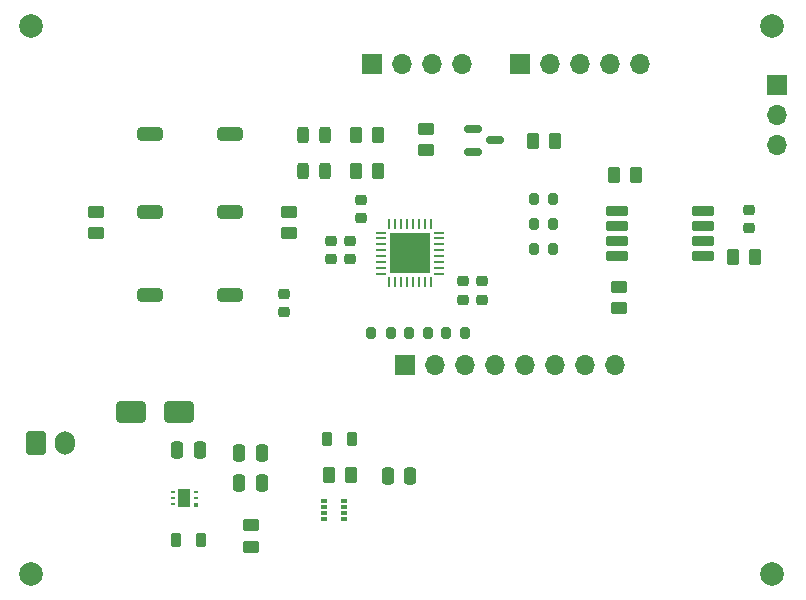
<source format=gts>
G04 #@! TF.GenerationSoftware,KiCad,Pcbnew,9.0.0*
G04 #@! TF.CreationDate,2025-05-01T15:15:08-03:00*
G04 #@! TF.ProjectId,hw_rfid,68775f72-6669-4642-9e6b-696361645f70,rev?*
G04 #@! TF.SameCoordinates,Original*
G04 #@! TF.FileFunction,Soldermask,Top*
G04 #@! TF.FilePolarity,Negative*
%FSLAX46Y46*%
G04 Gerber Fmt 4.6, Leading zero omitted, Abs format (unit mm)*
G04 Created by KiCad (PCBNEW 9.0.0) date 2025-05-01 15:15:08*
%MOMM*%
%LPD*%
G01*
G04 APERTURE LIST*
G04 Aperture macros list*
%AMRoundRect*
0 Rectangle with rounded corners*
0 $1 Rounding radius*
0 $2 $3 $4 $5 $6 $7 $8 $9 X,Y pos of 4 corners*
0 Add a 4 corners polygon primitive as box body*
4,1,4,$2,$3,$4,$5,$6,$7,$8,$9,$2,$3,0*
0 Add four circle primitives for the rounded corners*
1,1,$1+$1,$2,$3*
1,1,$1+$1,$4,$5*
1,1,$1+$1,$6,$7*
1,1,$1+$1,$8,$9*
0 Add four rect primitives between the rounded corners*
20,1,$1+$1,$2,$3,$4,$5,0*
20,1,$1+$1,$4,$5,$6,$7,0*
20,1,$1+$1,$6,$7,$8,$9,0*
20,1,$1+$1,$8,$9,$2,$3,0*%
G04 Aperture macros list end*
%ADD10RoundRect,0.225000X-0.250000X0.225000X-0.250000X-0.225000X0.250000X-0.225000X0.250000X0.225000X0*%
%ADD11R,1.700000X1.700000*%
%ADD12O,1.700000X1.700000*%
%ADD13RoundRect,0.250000X0.450000X-0.262500X0.450000X0.262500X-0.450000X0.262500X-0.450000X-0.262500X0*%
%ADD14RoundRect,0.218750X-0.218750X-0.381250X0.218750X-0.381250X0.218750X0.381250X-0.218750X0.381250X0*%
%ADD15RoundRect,0.250000X-0.830000X-0.310000X0.830000X-0.310000X0.830000X0.310000X-0.830000X0.310000X0*%
%ADD16RoundRect,0.250000X-0.262500X-0.450000X0.262500X-0.450000X0.262500X0.450000X-0.262500X0.450000X0*%
%ADD17C,2.000000*%
%ADD18RoundRect,0.200000X-0.200000X-0.275000X0.200000X-0.275000X0.200000X0.275000X-0.200000X0.275000X0*%
%ADD19RoundRect,0.225000X0.250000X-0.225000X0.250000X0.225000X-0.250000X0.225000X-0.250000X-0.225000X0*%
%ADD20RoundRect,0.200000X0.200000X0.275000X-0.200000X0.275000X-0.200000X-0.275000X0.200000X-0.275000X0*%
%ADD21RoundRect,0.250000X0.262500X0.450000X-0.262500X0.450000X-0.262500X-0.450000X0.262500X-0.450000X0*%
%ADD22RoundRect,0.098000X-0.859000X-0.294000X0.859000X-0.294000X0.859000X0.294000X-0.859000X0.294000X0*%
%ADD23RoundRect,0.250000X-0.250000X-0.475000X0.250000X-0.475000X0.250000X0.475000X-0.250000X0.475000X0*%
%ADD24RoundRect,0.243750X-0.243750X-0.456250X0.243750X-0.456250X0.243750X0.456250X-0.243750X0.456250X0*%
%ADD25RoundRect,0.250000X-0.450000X0.262500X-0.450000X-0.262500X0.450000X-0.262500X0.450000X0.262500X0*%
%ADD26R,0.450000X0.350000*%
%ADD27R,0.450000X0.250000*%
%ADD28R,1.000000X1.600000*%
%ADD29R,0.900000X0.100000*%
%ADD30RoundRect,0.250000X1.000000X0.650000X-1.000000X0.650000X-1.000000X-0.650000X1.000000X-0.650000X0*%
%ADD31R,0.475000X0.300000*%
%ADD32RoundRect,0.250000X-0.600000X-0.750000X0.600000X-0.750000X0.600000X0.750000X-0.600000X0.750000X0*%
%ADD33O,1.700000X2.000000*%
%ADD34RoundRect,0.150000X-0.587500X-0.150000X0.587500X-0.150000X0.587500X0.150000X-0.587500X0.150000X0*%
%ADD35RoundRect,0.062500X-0.375000X-0.062500X0.375000X-0.062500X0.375000X0.062500X-0.375000X0.062500X0*%
%ADD36RoundRect,0.062500X-0.062500X-0.375000X0.062500X-0.375000X0.062500X0.375000X-0.062500X0.375000X0*%
%ADD37R,3.450000X3.450000*%
G04 APERTURE END LIST*
D10*
X116696257Y-97875000D03*
X116696257Y-99425000D03*
X105539568Y-94450000D03*
X105539568Y-96000000D03*
D11*
X119910000Y-79450000D03*
D12*
X122450000Y-79450000D03*
X124990000Y-79450000D03*
X127530000Y-79450000D03*
X130070000Y-79450000D03*
D13*
X100375000Y-93812500D03*
X100375000Y-91987500D03*
D14*
X90812500Y-119800000D03*
X92937500Y-119800000D03*
D15*
X88635000Y-99000000D03*
X95365000Y-99000000D03*
D10*
X115150000Y-97875000D03*
X115150000Y-99425000D03*
D16*
X106087500Y-88575000D03*
X107912500Y-88575000D03*
D17*
X141250000Y-76250000D03*
D11*
X110220000Y-105000000D03*
D12*
X112760000Y-105000000D03*
X115300000Y-105000000D03*
X117840000Y-105000000D03*
X120380000Y-105000000D03*
X122920000Y-105000000D03*
X125460000Y-105000000D03*
X128000000Y-105000000D03*
D17*
X141250000Y-122650000D03*
D18*
X113675000Y-102250000D03*
X115325000Y-102250000D03*
D11*
X107425000Y-79475000D03*
D12*
X109965000Y-79475000D03*
X112505000Y-79475000D03*
X115045000Y-79475000D03*
D10*
X103950000Y-94425000D03*
X103950000Y-95975000D03*
D18*
X110550000Y-102250000D03*
X112200000Y-102250000D03*
D13*
X128320000Y-100180000D03*
X128320000Y-98355000D03*
D19*
X106500000Y-92550000D03*
X106500000Y-91000000D03*
D17*
X78550000Y-76250000D03*
D20*
X122750000Y-93050000D03*
X121100000Y-93050000D03*
D21*
X129732500Y-88855000D03*
X127907500Y-88855000D03*
D16*
X121087500Y-86000000D03*
X122912500Y-86000000D03*
D22*
X128190000Y-91950000D03*
X128190000Y-93220000D03*
X128190000Y-94490000D03*
X128190000Y-95760000D03*
X135450000Y-95760000D03*
X135450000Y-94490000D03*
X135450000Y-93220000D03*
X135450000Y-91950000D03*
D14*
X103625000Y-111252000D03*
X105750000Y-111252000D03*
D23*
X108750000Y-114330000D03*
X110650000Y-114330000D03*
D24*
X101562500Y-85500000D03*
X103437500Y-85500000D03*
D25*
X112000000Y-84950000D03*
X112000000Y-86775000D03*
D11*
X141725000Y-81276750D03*
D12*
X141725000Y-83816750D03*
X141725000Y-86356750D03*
D15*
X88635000Y-92000000D03*
X95365000Y-92000000D03*
D10*
X99950000Y-98925000D03*
X99950000Y-100475000D03*
D20*
X122750000Y-95150000D03*
X121100000Y-95150000D03*
D23*
X96200000Y-112375000D03*
X98100000Y-112375000D03*
X96200000Y-114950000D03*
X98100000Y-114950000D03*
D24*
X101562500Y-88575000D03*
X103437500Y-88575000D03*
D18*
X107350000Y-102250000D03*
X109000000Y-102250000D03*
D26*
X92500000Y-116775000D03*
D27*
X92500000Y-116225000D03*
X92500000Y-115725000D03*
X90550000Y-115725000D03*
X90550000Y-116225000D03*
X90550000Y-116725000D03*
D28*
X91525000Y-116225000D03*
D29*
X91525000Y-117075000D03*
X91525000Y-115375000D03*
D30*
X91050000Y-108950000D03*
X87050000Y-108950000D03*
D17*
X78550000Y-122650000D03*
D13*
X97150000Y-120362500D03*
X97150000Y-118537500D03*
D31*
X103387000Y-116475000D03*
X103387000Y-116975000D03*
X103387000Y-117475000D03*
X103387000Y-117975000D03*
X105063000Y-117975000D03*
X105063000Y-117475000D03*
X105063000Y-116975000D03*
X105063000Y-116475000D03*
D20*
X122750000Y-90950000D03*
X121100000Y-90950000D03*
D15*
X88635000Y-85400000D03*
X95365000Y-85400000D03*
D16*
X103775000Y-114300000D03*
X105600000Y-114300000D03*
D21*
X139820000Y-95855000D03*
X137995000Y-95855000D03*
D32*
X78950000Y-111600000D03*
D33*
X81450000Y-111600000D03*
D34*
X116000000Y-85000000D03*
X116000000Y-86900000D03*
X117875000Y-85950000D03*
D19*
X139320000Y-93405000D03*
X139320000Y-91855000D03*
D16*
X106087500Y-85500000D03*
X107912500Y-85500000D03*
D23*
X90925000Y-112125000D03*
X92825000Y-112125000D03*
D35*
X108212500Y-93750000D03*
X108212500Y-94250000D03*
X108212500Y-94750000D03*
X108212500Y-95250000D03*
X108212500Y-95750000D03*
X108212500Y-96250000D03*
X108212500Y-96750000D03*
X108212500Y-97250000D03*
D36*
X108900000Y-97937500D03*
X109400000Y-97937500D03*
X109900000Y-97937500D03*
X110400000Y-97937500D03*
X110900000Y-97937500D03*
X111400000Y-97937500D03*
X111900000Y-97937500D03*
X112400000Y-97937500D03*
D35*
X113087500Y-97250000D03*
X113087500Y-96750000D03*
X113087500Y-96250000D03*
X113087500Y-95750000D03*
X113087500Y-95250000D03*
X113087500Y-94750000D03*
X113087500Y-94250000D03*
X113087500Y-93750000D03*
D36*
X112400000Y-93062500D03*
X111900000Y-93062500D03*
X111400000Y-93062500D03*
X110900000Y-93062500D03*
X110400000Y-93062500D03*
X109900000Y-93062500D03*
X109400000Y-93062500D03*
X108900000Y-93062500D03*
D37*
X110650000Y-95500000D03*
D13*
X84025000Y-93812500D03*
X84025000Y-91987500D03*
M02*

</source>
